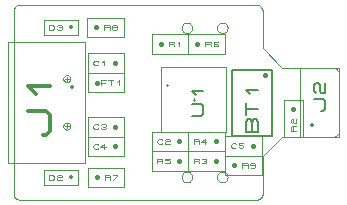
<source format=gbr>
G04 PROTEUS RS274X GERBER FILE*
%FSLAX45Y45*%
%MOMM*%
G01*
%ADD29C,0.025400*%
%ADD51C,0.360000*%
%ADD52C,0.303330*%
%ADD53C,0.270000*%
%ADD54C,0.158270*%
%ADD30C,0.127000*%
%ADD13C,0.400000*%
%ADD55C,0.158760*%
%ADD56C,0.150710*%
%ADD57C,0.420000*%
%ADD58C,0.067500*%
%ADD59C,0.320000*%
%ADD60C,0.067010*%
D29*
X-116600Y-200000D02*
X-116703Y-197511D01*
X-117545Y-192531D01*
X-119305Y-187551D01*
X-122182Y-182571D01*
X-126583Y-177655D01*
X-131563Y-174041D01*
X-136543Y-171736D01*
X-141523Y-170433D01*
X-146503Y-170000D01*
X-146600Y-170000D01*
X-176600Y-200000D02*
X-176497Y-197511D01*
X-175655Y-192531D01*
X-173895Y-187551D01*
X-171018Y-182571D01*
X-166617Y-177655D01*
X-161637Y-174041D01*
X-156657Y-171736D01*
X-151677Y-170433D01*
X-146697Y-170000D01*
X-146600Y-170000D01*
X-176600Y-200000D02*
X-176497Y-202489D01*
X-175655Y-207469D01*
X-173895Y-212449D01*
X-171018Y-217429D01*
X-166617Y-222345D01*
X-161637Y-225959D01*
X-156657Y-228264D01*
X-151677Y-229567D01*
X-146697Y-230000D01*
X-146600Y-230000D01*
X-116600Y-200000D02*
X-116703Y-202489D01*
X-117545Y-207469D01*
X-119305Y-212449D01*
X-122182Y-217429D01*
X-126583Y-222345D01*
X-131563Y-225959D01*
X-136543Y-228264D01*
X-141523Y-229567D01*
X-146503Y-230000D01*
X-146600Y-230000D01*
X-116600Y+200000D02*
X-116703Y+202489D01*
X-117545Y+207469D01*
X-119305Y+212449D01*
X-122182Y+217429D01*
X-126583Y+222345D01*
X-131563Y+225959D01*
X-136543Y+228264D01*
X-141523Y+229567D01*
X-146503Y+230000D01*
X-146600Y+230000D01*
X-176600Y+200000D02*
X-176497Y+202489D01*
X-175655Y+207469D01*
X-173895Y+212449D01*
X-171018Y+217429D01*
X-166617Y+222345D01*
X-161637Y+225959D01*
X-156657Y+228264D01*
X-151677Y+229567D01*
X-146697Y+230000D01*
X-146600Y+230000D01*
X-176600Y+200000D02*
X-176497Y+197511D01*
X-175655Y+192531D01*
X-173895Y+187551D01*
X-171018Y+182571D01*
X-166617Y+177655D01*
X-161637Y+174041D01*
X-156657Y+171736D01*
X-151677Y+170433D01*
X-146697Y+170000D01*
X-146600Y+170000D01*
X-116600Y+200000D02*
X-116703Y+197511D01*
X-117545Y+192531D01*
X-119305Y+187551D01*
X-122182Y+182571D01*
X-126583Y+177655D01*
X-131563Y+174041D01*
X-136543Y+171736D01*
X-141523Y+170433D01*
X-146503Y+170000D01*
X-146600Y+170000D01*
X-116600Y+200000D02*
X-116703Y+202489D01*
X-117545Y+207469D01*
X-119305Y+212449D01*
X-122182Y+217429D01*
X-126583Y+222345D01*
X-131563Y+225959D01*
X-136543Y+228264D01*
X-141523Y+229567D01*
X-146503Y+230000D01*
X-146600Y+230000D01*
X-176600Y+200000D02*
X-176497Y+202489D01*
X-175655Y+207469D01*
X-173895Y+212449D01*
X-171018Y+217429D01*
X-166617Y+222345D01*
X-161637Y+225959D01*
X-156657Y+228264D01*
X-151677Y+229567D01*
X-146697Y+230000D01*
X-146600Y+230000D01*
X-176600Y+200000D02*
X-176497Y+197511D01*
X-175655Y+192531D01*
X-173895Y+187551D01*
X-171018Y+182571D01*
X-166617Y+177655D01*
X-161637Y+174041D01*
X-156657Y+171736D01*
X-151677Y+170433D01*
X-146697Y+170000D01*
X-146600Y+170000D01*
X-116600Y+200000D02*
X-116703Y+197511D01*
X-117545Y+192531D01*
X-119305Y+187551D01*
X-122182Y+182571D01*
X-126583Y+177655D01*
X-131563Y+174041D01*
X-136543Y+171736D01*
X-141523Y+170433D01*
X-146503Y+170000D01*
X-146600Y+170000D01*
X-116600Y-200000D02*
X-116703Y-197511D01*
X-117545Y-192531D01*
X-119305Y-187551D01*
X-122182Y-182571D01*
X-126583Y-177655D01*
X-131563Y-174041D01*
X-136543Y-171736D01*
X-141523Y-170433D01*
X-146503Y-170000D01*
X-146600Y-170000D01*
X-176600Y-200000D02*
X-176497Y-197511D01*
X-175655Y-192531D01*
X-173895Y-187551D01*
X-171018Y-182571D01*
X-166617Y-177655D01*
X-161637Y-174041D01*
X-156657Y-171736D01*
X-151677Y-170433D01*
X-146697Y-170000D01*
X-146600Y-170000D01*
X-176600Y-200000D02*
X-176497Y-202489D01*
X-175655Y-207469D01*
X-173895Y-212449D01*
X-171018Y-217429D01*
X-166617Y-222345D01*
X-161637Y-225959D01*
X-156657Y-228264D01*
X-151677Y-229567D01*
X-146697Y-230000D01*
X-146600Y-230000D01*
X-116600Y-200000D02*
X-116703Y-202489D01*
X-117545Y-207469D01*
X-119305Y-212449D01*
X-122182Y-217429D01*
X-126583Y-222345D01*
X-131563Y-225959D01*
X-136543Y-228264D01*
X-141523Y-229567D01*
X-146503Y-230000D01*
X-146600Y-230000D01*
X-146600Y-185000D02*
X-146600Y-215000D01*
X-131600Y-200000D02*
X-161600Y-200000D01*
X-146600Y+215000D02*
X-146600Y+185000D01*
X-131600Y+200000D02*
X-161600Y+200000D01*
X-641600Y-515000D02*
X+8400Y-515000D01*
X+8400Y+515000D01*
X-641600Y+515000D01*
X-641600Y-515000D01*
D51*
X-101600Y+130000D02*
X-101600Y+130000D01*
D52*
X-350901Y-273005D02*
X-320567Y-273005D01*
X-290233Y-238880D01*
X-290233Y-102377D01*
X-320567Y-68252D01*
X-472237Y-68252D01*
X-411569Y+68251D02*
X-472237Y+136502D01*
X-290233Y+136502D01*
D29*
X+918500Y+25000D02*
X+938500Y+25000D01*
X+928500Y+35000D02*
X+928500Y+15000D01*
X+653500Y-250000D02*
X+1203500Y-250000D01*
X+1203500Y+300000D01*
X+653500Y+300000D01*
X+653500Y-250000D01*
D53*
X+698500Y+150000D02*
X+698500Y+150000D01*
D54*
X+910904Y-117443D02*
X+990039Y-117443D01*
X+1005866Y-99638D01*
X+1005866Y-28417D01*
X+990039Y-10611D01*
X+910904Y-10611D01*
X+942558Y+60610D02*
X+910904Y+96221D01*
X+1005866Y+96221D01*
D29*
X-596900Y-774700D02*
X-596900Y+774700D01*
X-546100Y+825500D02*
X+1460500Y+825500D01*
X-596900Y+774700D02*
X-592981Y+794693D01*
X-582216Y+810816D01*
X-566093Y+821581D01*
X-546100Y+825500D01*
X-546100Y-825500D02*
X-566093Y-821581D01*
X-582216Y-810816D01*
X-592981Y-794693D01*
X-596900Y-774700D01*
X-546100Y-825500D02*
X+1460500Y-825500D01*
D30*
X+1254250Y-281400D02*
X+1586950Y-281400D01*
X+1586950Y+278600D01*
X+1254250Y+278600D01*
X+1254250Y-281400D01*
D13*
X+1533100Y+228600D02*
X+1533100Y+228600D01*
D55*
X+1468230Y-250733D02*
X+1372971Y-250733D01*
X+1372971Y-161428D01*
X+1388847Y-143567D01*
X+1404724Y-143567D01*
X+1420600Y-161428D01*
X+1436477Y-143567D01*
X+1452354Y-143567D01*
X+1468230Y-161428D01*
X+1468230Y-250733D01*
X+1420600Y-250733D02*
X+1420600Y-161428D01*
X+1372971Y-107844D02*
X+1372971Y-678D01*
X+1372971Y-54261D02*
X+1468230Y-54261D01*
X+1404724Y+70767D02*
X+1372971Y+106489D01*
X+1468230Y+106489D01*
D29*
X+1828800Y-292100D02*
X+2159000Y-292100D01*
X+2159000Y+292100D01*
X+1828800Y+292100D01*
X+1828800Y-292100D01*
D51*
X+1930400Y-190500D02*
X+1930400Y-190500D01*
D56*
X+2008972Y-75211D02*
X+2024044Y-75211D01*
X+2039116Y-58256D01*
X+2039116Y+9567D01*
X+2024044Y+26523D01*
X+1948685Y+26523D01*
X+1963757Y+77390D02*
X+1948685Y+94346D01*
X+1948685Y+145213D01*
X+1963757Y+162169D01*
X+1978829Y+162169D01*
X+1993900Y+145213D01*
X+1993900Y+94346D01*
X+2008972Y+77390D01*
X+2039116Y+77390D01*
X+2039116Y+162169D01*
D29*
X+27940Y+85545D02*
X+339090Y+85545D01*
X+339090Y+250645D01*
X+27940Y+250645D01*
X+27940Y+85545D01*
D57*
X+104140Y+168100D02*
X+104140Y+168100D01*
D58*
X+141618Y+147843D02*
X+141618Y+188346D01*
X+187184Y+188346D01*
X+141618Y+168095D02*
X+171995Y+168095D01*
X+202373Y+188346D02*
X+247939Y+188346D01*
X+225156Y+188346D02*
X+225156Y+147843D01*
X+278316Y+174845D02*
X+293505Y+188346D01*
X+293505Y+147843D01*
D29*
X-342795Y-698040D02*
X-50695Y-698040D01*
X-50695Y-571040D01*
X-342795Y-571040D01*
X-342795Y-698040D01*
D59*
X-114320Y-634540D02*
X-114320Y-634540D01*
D60*
X-297506Y-654644D02*
X-297506Y-614435D01*
X-267350Y-614435D01*
X-252272Y-627838D01*
X-252272Y-641241D01*
X-267350Y-654644D01*
X-297506Y-654644D01*
X-229654Y-621137D02*
X-222115Y-614435D01*
X-199498Y-614435D01*
X-191959Y-621137D01*
X-191959Y-627838D01*
X-199498Y-634540D01*
X-222115Y-634540D01*
X-229654Y-641241D01*
X-229654Y-654644D01*
X-191959Y-654644D01*
D29*
X-342795Y+571960D02*
X-50695Y+571960D01*
X-50695Y+698960D01*
X-342795Y+698960D01*
X-342795Y+571960D01*
D59*
X-114320Y+635460D02*
X-114320Y+635460D01*
D60*
X-297506Y+615356D02*
X-297506Y+655565D01*
X-267350Y+655565D01*
X-252272Y+642162D01*
X-252272Y+628759D01*
X-267350Y+615356D01*
X-297506Y+615356D01*
X-229654Y+648863D02*
X-222115Y+655565D01*
X-199498Y+655565D01*
X-191959Y+648863D01*
X-191959Y+642162D01*
X-199498Y+635460D01*
X-191959Y+628759D01*
X-191959Y+622057D01*
X-199498Y+615356D01*
X-222115Y+615356D01*
X-229654Y+622057D01*
X-214576Y+635460D02*
X-199498Y+635460D01*
D29*
X+29190Y+250655D02*
X+340340Y+250655D01*
X+340340Y+415755D01*
X+29190Y+415755D01*
X+29190Y+250655D01*
D57*
X+264140Y+333200D02*
X+264140Y+333200D01*
D58*
X+120341Y+319703D02*
X+112746Y+312953D01*
X+89963Y+312953D01*
X+74775Y+326454D01*
X+74775Y+339955D01*
X+89963Y+353456D01*
X+112746Y+353456D01*
X+120341Y+346706D01*
X+150718Y+339955D02*
X+165907Y+353456D01*
X+165907Y+312953D01*
D29*
X+571500Y-412745D02*
X+882650Y-412745D01*
X+882650Y-247645D01*
X+571500Y-247645D01*
X+571500Y-412745D01*
D57*
X+806450Y-330200D02*
X+806450Y-330200D01*
D58*
X+662651Y-343697D02*
X+655056Y-350447D01*
X+632273Y-350447D01*
X+617085Y-336946D01*
X+617085Y-323445D01*
X+632273Y-309944D01*
X+655056Y-309944D01*
X+662651Y-316694D01*
X+685434Y-316694D02*
X+693028Y-309944D01*
X+715811Y-309944D01*
X+723406Y-316694D01*
X+723406Y-323445D01*
X+715811Y-330195D01*
X+693028Y-330195D01*
X+685434Y-336946D01*
X+685434Y-350447D01*
X+723406Y-350447D01*
D29*
X+27940Y-717095D02*
X+339090Y-717095D01*
X+339090Y-551995D01*
X+27940Y-551995D01*
X+27940Y-717095D01*
D57*
X+104140Y-634540D02*
X+104140Y-634540D01*
D58*
X+171995Y-654797D02*
X+171995Y-614294D01*
X+209966Y-614294D01*
X+217561Y-621044D01*
X+217561Y-627795D01*
X+209966Y-634545D01*
X+171995Y-634545D01*
X+209966Y-634545D02*
X+217561Y-641296D01*
X+217561Y-654797D01*
X+240344Y-614294D02*
X+278316Y-614294D01*
X+278316Y-621044D01*
X+240344Y-654797D01*
D29*
X+25480Y+552905D02*
X+336630Y+552905D01*
X+336630Y+718005D01*
X+25480Y+718005D01*
X+25480Y+552905D01*
D57*
X+101680Y+635460D02*
X+101680Y+635460D01*
D58*
X+169535Y+615203D02*
X+169535Y+655706D01*
X+207506Y+655706D01*
X+215101Y+648956D01*
X+215101Y+642205D01*
X+207506Y+635455D01*
X+169535Y+635455D01*
X+207506Y+635455D02*
X+215101Y+628704D01*
X+215101Y+615203D01*
X+245478Y+635455D02*
X+237884Y+642205D01*
X+237884Y+648956D01*
X+245478Y+655706D01*
X+268261Y+655706D01*
X+275856Y+648956D01*
X+275856Y+642205D01*
X+268261Y+635455D01*
X+245478Y+635455D01*
X+237884Y+628704D01*
X+237884Y+621953D01*
X+245478Y+615203D01*
X+268261Y+615203D01*
X+275856Y+621953D01*
X+275856Y+628704D01*
X+268261Y+635455D01*
D29*
X+882650Y+412744D02*
X+1193800Y+412744D01*
X+1193800Y+577844D01*
X+882650Y+577844D01*
X+882650Y+412744D01*
D57*
X+958850Y+495299D02*
X+958850Y+495299D01*
D58*
X+1026705Y+475042D02*
X+1026705Y+515545D01*
X+1064676Y+515545D01*
X+1072271Y+508795D01*
X+1072271Y+502044D01*
X+1064676Y+495294D01*
X+1026705Y+495294D01*
X+1064676Y+495294D02*
X+1072271Y+488543D01*
X+1072271Y+475042D01*
X+1133026Y+508795D02*
X+1125431Y+515545D01*
X+1102648Y+515545D01*
X+1095054Y+508795D01*
X+1095054Y+481792D01*
X+1102648Y+475042D01*
X+1125431Y+475042D01*
X+1133026Y+481792D01*
X+1133026Y+488543D01*
X+1125431Y+495294D01*
X+1095054Y+495294D01*
D29*
X+29190Y-289095D02*
X+340340Y-289095D01*
X+340340Y-123995D01*
X+29190Y-123995D01*
X+29190Y-289095D01*
D57*
X+264140Y-206550D02*
X+264140Y-206550D01*
D58*
X+120341Y-220047D02*
X+112746Y-226797D01*
X+89963Y-226797D01*
X+74775Y-213296D01*
X+74775Y-199795D01*
X+89963Y-186294D01*
X+112746Y-186294D01*
X+120341Y-193044D01*
X+143124Y-193044D02*
X+150718Y-186294D01*
X+173501Y-186294D01*
X+181096Y-193044D01*
X+181096Y-199795D01*
X+173501Y-206545D01*
X+181096Y-213296D01*
X+181096Y-220047D01*
X+173501Y-226797D01*
X+150718Y-226797D01*
X+143124Y-220047D01*
X+158313Y-206545D02*
X+173501Y-206545D01*
D29*
X+29190Y-454195D02*
X+340340Y-454195D01*
X+340340Y-289095D01*
X+29190Y-289095D01*
X+29190Y-454195D01*
D57*
X+264140Y-371650D02*
X+264140Y-371650D01*
D58*
X+120341Y-385147D02*
X+112746Y-391897D01*
X+89963Y-391897D01*
X+74775Y-378396D01*
X+74775Y-364895D01*
X+89963Y-351394D01*
X+112746Y-351394D01*
X+120341Y-358144D01*
X+181096Y-378396D02*
X+135530Y-378396D01*
X+165907Y-351394D01*
X+165907Y-391897D01*
D29*
X+570250Y+412744D02*
X+881400Y+412744D01*
X+881400Y+577844D01*
X+570250Y+577844D01*
X+570250Y+412744D01*
D57*
X+646450Y+495299D02*
X+646450Y+495299D01*
D58*
X+714305Y+475042D02*
X+714305Y+515545D01*
X+752276Y+515545D01*
X+759871Y+508795D01*
X+759871Y+502044D01*
X+752276Y+495294D01*
X+714305Y+495294D01*
X+752276Y+495294D02*
X+759871Y+488543D01*
X+759871Y+475042D01*
X+790248Y+502044D02*
X+805437Y+515545D01*
X+805437Y+475042D01*
D29*
X+1689095Y-290851D02*
X+1854195Y-290851D01*
X+1854195Y+20299D01*
X+1689095Y+20299D01*
X+1689095Y-290851D01*
D57*
X+1771650Y-55901D02*
X+1771650Y-55901D01*
D58*
X+1791897Y-245266D02*
X+1751394Y-245266D01*
X+1751394Y-207295D01*
X+1758144Y-199700D01*
X+1764895Y-199700D01*
X+1771645Y-207295D01*
X+1771645Y-245266D01*
X+1771645Y-207295D02*
X+1778396Y-199700D01*
X+1791897Y-199700D01*
X+1758144Y-176917D02*
X+1751394Y-169323D01*
X+1751394Y-146540D01*
X+1758144Y-138945D01*
X+1764895Y-138945D01*
X+1771645Y-146540D01*
X+1771645Y-169323D01*
X+1778396Y-176917D01*
X+1791897Y-176917D01*
X+1791897Y-138945D01*
D29*
X+882650Y-577846D02*
X+1193800Y-577846D01*
X+1193800Y-412746D01*
X+882650Y-412746D01*
X+882650Y-577846D01*
D57*
X+1117600Y-495301D02*
X+1117600Y-495301D01*
D58*
X+928235Y-515548D02*
X+928235Y-475045D01*
X+966206Y-475045D01*
X+973801Y-481795D01*
X+973801Y-488546D01*
X+966206Y-495296D01*
X+928235Y-495296D01*
X+966206Y-495296D02*
X+973801Y-502047D01*
X+973801Y-515548D01*
X+996584Y-481795D02*
X+1004178Y-475045D01*
X+1026961Y-475045D01*
X+1034556Y-481795D01*
X+1034556Y-488546D01*
X+1026961Y-495296D01*
X+1034556Y-502047D01*
X+1034556Y-508798D01*
X+1026961Y-515548D01*
X+1004178Y-515548D01*
X+996584Y-508798D01*
X+1011773Y-495296D02*
X+1026961Y-495296D01*
D29*
X+882650Y-412746D02*
X+1193800Y-412746D01*
X+1193800Y-247646D01*
X+882650Y-247646D01*
X+882650Y-412746D01*
D57*
X+1117600Y-330201D02*
X+1117600Y-330201D01*
D58*
X+928235Y-350448D02*
X+928235Y-309945D01*
X+966206Y-309945D01*
X+973801Y-316695D01*
X+973801Y-323446D01*
X+966206Y-330196D01*
X+928235Y-330196D01*
X+966206Y-330196D02*
X+973801Y-336947D01*
X+973801Y-350448D01*
X+1034556Y-336947D02*
X+988990Y-336947D01*
X+1019367Y-309945D01*
X+1019367Y-350448D01*
D29*
X+571500Y-577846D02*
X+882650Y-577846D01*
X+882650Y-412746D01*
X+571500Y-412746D01*
X+571500Y-577846D01*
D57*
X+806450Y-495301D02*
X+806450Y-495301D01*
D58*
X+617085Y-515548D02*
X+617085Y-475045D01*
X+655056Y-475045D01*
X+662651Y-481795D01*
X+662651Y-488546D01*
X+655056Y-495296D01*
X+617085Y-495296D01*
X+655056Y-495296D02*
X+662651Y-502047D01*
X+662651Y-515548D01*
X+723406Y-475045D02*
X+685434Y-475045D01*
X+685434Y-488546D01*
X+715811Y-488546D01*
X+723406Y-495296D01*
X+723406Y-508798D01*
X+715811Y-515548D01*
X+693028Y-515548D01*
X+685434Y-508798D01*
D29*
X+914300Y-631600D02*
X+914145Y-627873D01*
X+912889Y-620418D01*
X+910259Y-612963D01*
X+905963Y-605508D01*
X+899393Y-598142D01*
X+891938Y-592709D01*
X+884483Y-589239D01*
X+877028Y-587269D01*
X+869573Y-586601D01*
X+869300Y-586600D01*
X+824300Y-631600D02*
X+824455Y-627873D01*
X+825711Y-620418D01*
X+828341Y-612963D01*
X+832637Y-605508D01*
X+839207Y-598142D01*
X+846662Y-592709D01*
X+854117Y-589239D01*
X+861572Y-587269D01*
X+869027Y-586601D01*
X+869300Y-586600D01*
X+824300Y-631600D02*
X+824455Y-635327D01*
X+825711Y-642782D01*
X+828341Y-650237D01*
X+832637Y-657692D01*
X+839207Y-665058D01*
X+846662Y-670491D01*
X+854117Y-673961D01*
X+861572Y-675931D01*
X+869027Y-676599D01*
X+869300Y-676600D01*
X+914300Y-631600D02*
X+914145Y-635327D01*
X+912889Y-642782D01*
X+910259Y-650237D01*
X+905963Y-657692D01*
X+899393Y-665058D01*
X+891938Y-670491D01*
X+884483Y-673961D01*
X+877028Y-675931D01*
X+869573Y-676599D01*
X+869300Y-676600D01*
X+1214300Y-631600D02*
X+1214145Y-627873D01*
X+1212889Y-620418D01*
X+1210259Y-612963D01*
X+1205963Y-605508D01*
X+1199393Y-598142D01*
X+1191938Y-592709D01*
X+1184483Y-589239D01*
X+1177028Y-587269D01*
X+1169573Y-586601D01*
X+1169300Y-586600D01*
X+1124300Y-631600D02*
X+1124455Y-627873D01*
X+1125711Y-620418D01*
X+1128341Y-612963D01*
X+1132637Y-605508D01*
X+1139207Y-598142D01*
X+1146662Y-592709D01*
X+1154117Y-589239D01*
X+1161572Y-587269D01*
X+1169027Y-586601D01*
X+1169300Y-586600D01*
X+1124300Y-631600D02*
X+1124455Y-635327D01*
X+1125711Y-642782D01*
X+1128341Y-650237D01*
X+1132637Y-657692D01*
X+1139207Y-665058D01*
X+1146662Y-670491D01*
X+1154117Y-673961D01*
X+1161572Y-675931D01*
X+1169027Y-676599D01*
X+1169300Y-676600D01*
X+1214300Y-631600D02*
X+1214145Y-635327D01*
X+1212889Y-642782D01*
X+1210259Y-650237D01*
X+1205963Y-657692D01*
X+1199393Y-665058D01*
X+1191938Y-670491D01*
X+1184483Y-673961D01*
X+1177028Y-675931D01*
X+1169573Y-676599D01*
X+1169300Y-676600D01*
X+914300Y+631600D02*
X+914145Y+635327D01*
X+912889Y+642782D01*
X+910259Y+650237D01*
X+905963Y+657692D01*
X+899393Y+665058D01*
X+891938Y+670491D01*
X+884483Y+673961D01*
X+877028Y+675931D01*
X+869573Y+676599D01*
X+869300Y+676600D01*
X+824300Y+631600D02*
X+824455Y+635327D01*
X+825711Y+642782D01*
X+828341Y+650237D01*
X+832637Y+657692D01*
X+839207Y+665058D01*
X+846662Y+670491D01*
X+854117Y+673961D01*
X+861572Y+675931D01*
X+869027Y+676599D01*
X+869300Y+676600D01*
X+824300Y+631600D02*
X+824455Y+627873D01*
X+825711Y+620418D01*
X+828341Y+612963D01*
X+832637Y+605508D01*
X+839207Y+598142D01*
X+846662Y+592709D01*
X+854117Y+589239D01*
X+861572Y+587269D01*
X+869027Y+586601D01*
X+869300Y+586600D01*
X+914300Y+631600D02*
X+914145Y+627873D01*
X+912889Y+620418D01*
X+910259Y+612963D01*
X+905963Y+605508D01*
X+899393Y+598142D01*
X+891938Y+592709D01*
X+884483Y+589239D01*
X+877028Y+587269D01*
X+869573Y+586601D01*
X+869300Y+586600D01*
X+1214300Y+631600D02*
X+1214145Y+635327D01*
X+1212889Y+642782D01*
X+1210259Y+650237D01*
X+1205963Y+657692D01*
X+1199393Y+665058D01*
X+1191938Y+670491D01*
X+1184483Y+673961D01*
X+1177028Y+675931D01*
X+1169573Y+676599D01*
X+1169300Y+676600D01*
X+1124300Y+631600D02*
X+1124455Y+635327D01*
X+1125711Y+642782D01*
X+1128341Y+650237D01*
X+1132637Y+657692D01*
X+1139207Y+665058D01*
X+1146662Y+670491D01*
X+1154117Y+673961D01*
X+1161572Y+675931D01*
X+1169027Y+676599D01*
X+1169300Y+676600D01*
X+1124300Y+631600D02*
X+1124455Y+627873D01*
X+1125711Y+620418D01*
X+1128341Y+612963D01*
X+1132637Y+605508D01*
X+1139207Y+598142D01*
X+1146662Y+592709D01*
X+1154117Y+589239D01*
X+1161572Y+587269D01*
X+1169027Y+586601D01*
X+1169300Y+586600D01*
X+1214300Y+631600D02*
X+1214145Y+627873D01*
X+1212889Y+620418D01*
X+1210259Y+612963D01*
X+1205963Y+605508D01*
X+1199393Y+598142D01*
X+1191938Y+592709D01*
X+1184483Y+589239D01*
X+1177028Y+587269D01*
X+1169573Y+586601D01*
X+1169300Y+586600D01*
X+2159000Y-241300D02*
X+2155081Y-261293D01*
X+2144316Y-277416D01*
X+2128193Y-288181D01*
X+2108200Y-292100D01*
X+2108200Y+292100D02*
X+2128193Y+288181D01*
X+2144316Y+277416D01*
X+2155081Y+261293D01*
X+2159000Y+241300D01*
X+2159000Y-241300D01*
X+2108200Y-292100D02*
X+1676400Y-292100D01*
X+1511300Y-457200D01*
X+1511300Y-774700D02*
X+1507381Y-794693D01*
X+1496616Y-810816D01*
X+1480493Y-821581D01*
X+1460500Y-825500D01*
X+1511300Y-774700D02*
X+1511300Y-457200D01*
X+1460500Y+825501D02*
X+1480493Y+821582D01*
X+1496616Y+810817D01*
X+1507381Y+794694D01*
X+1511300Y+774701D01*
X+1676400Y+292100D02*
X+1511300Y+457200D01*
X+2108200Y+292100D02*
X+1676400Y+292100D01*
X+1511300Y+457200D02*
X+1511300Y+774700D01*
X+1194750Y-450245D02*
X+1505900Y-450245D01*
X+1505900Y-285145D01*
X+1194750Y-285145D01*
X+1194750Y-450245D01*
D57*
X+1429700Y-367700D02*
X+1429700Y-367700D01*
D58*
X+1285901Y-381197D02*
X+1278306Y-387947D01*
X+1255523Y-387947D01*
X+1240335Y-374446D01*
X+1240335Y-360945D01*
X+1255523Y-347444D01*
X+1278306Y-347444D01*
X+1285901Y-354194D01*
X+1346656Y-347444D02*
X+1308684Y-347444D01*
X+1308684Y-360945D01*
X+1339061Y-360945D01*
X+1346656Y-367695D01*
X+1346656Y-381197D01*
X+1339061Y-387947D01*
X+1316278Y-387947D01*
X+1308684Y-381197D01*
D29*
X+1193500Y-615355D02*
X+1504650Y-615355D01*
X+1504650Y-450255D01*
X+1193500Y-450255D01*
X+1193500Y-615355D01*
D57*
X+1269700Y-532800D02*
X+1269700Y-532800D01*
D58*
X+1337555Y-553057D02*
X+1337555Y-512554D01*
X+1375526Y-512554D01*
X+1383121Y-519304D01*
X+1383121Y-526055D01*
X+1375526Y-532805D01*
X+1337555Y-532805D01*
X+1375526Y-532805D02*
X+1383121Y-539556D01*
X+1383121Y-553057D01*
X+1443876Y-526055D02*
X+1436281Y-532805D01*
X+1413498Y-532805D01*
X+1405904Y-526055D01*
X+1405904Y-519304D01*
X+1413498Y-512554D01*
X+1436281Y-512554D01*
X+1443876Y-519304D01*
X+1443876Y-546307D01*
X+1436281Y-553057D01*
X+1413498Y-553057D01*
M02*

</source>
